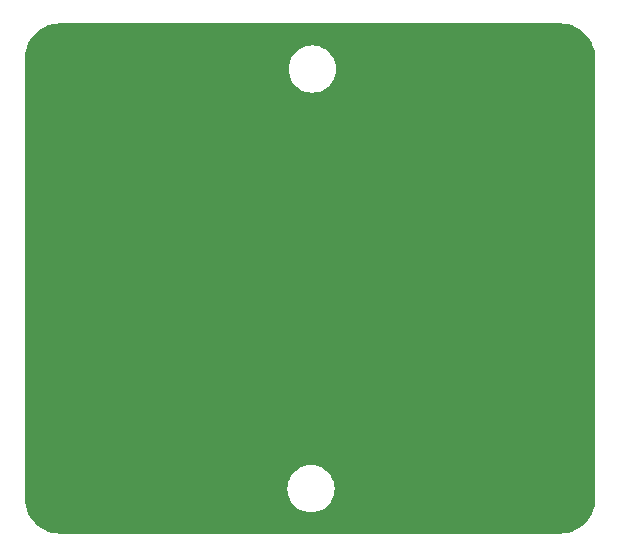
<source format=gbr>
%TF.GenerationSoftware,KiCad,Pcbnew,7.0.2*%
%TF.CreationDate,2024-01-29T20:47:07-05:00*%
%TF.ProjectId,dpx_perv_5x15,6470785f-7065-4727-965f-357831352e6b,rev?*%
%TF.SameCoordinates,Original*%
%TF.FileFunction,Soldermask,Bot*%
%TF.FilePolarity,Negative*%
%FSLAX46Y46*%
G04 Gerber Fmt 4.6, Leading zero omitted, Abs format (unit mm)*
G04 Created by KiCad (PCBNEW 7.0.2) date 2024-01-29 20:47:07*
%MOMM*%
%LPD*%
G01*
G04 APERTURE LIST*
%ADD10R,1.700000X1.700000*%
%ADD11O,1.700000X1.700000*%
G04 APERTURE END LIST*
D10*
%TO.C,J1*%
X46220000Y-33615000D03*
D11*
X43680000Y-33615000D03*
X46220000Y-36155000D03*
X43680000Y-36155000D03*
X46220000Y-38695000D03*
X43680000Y-38695000D03*
X46220000Y-41235000D03*
X43680000Y-41235000D03*
X46220000Y-43775000D03*
X43680000Y-43775000D03*
X46220000Y-46315000D03*
X43680000Y-46315000D03*
X46220000Y-48855000D03*
X43680000Y-48855000D03*
X46220000Y-51395000D03*
X43680000Y-51395000D03*
X46220000Y-53935000D03*
X43680000Y-53935000D03*
X46220000Y-56475000D03*
X43680000Y-56475000D03*
X46220000Y-59015000D03*
X43680000Y-59015000D03*
X46220000Y-61555000D03*
X43680000Y-61555000D03*
X46220000Y-64095000D03*
X43680000Y-64095000D03*
X46220000Y-66635000D03*
X43680000Y-66635000D03*
X46220000Y-69175000D03*
X43680000Y-69175000D03*
%TD*%
D10*
%TO.C,J2*%
X86770000Y-33615000D03*
D11*
X84230000Y-33615000D03*
X86770000Y-36155000D03*
X84230000Y-36155000D03*
X86770000Y-38695000D03*
X84230000Y-38695000D03*
X86770000Y-41235000D03*
X84230000Y-41235000D03*
X86770000Y-43775000D03*
X84230000Y-43775000D03*
X86770000Y-46315000D03*
X84230000Y-46315000D03*
X86770000Y-48855000D03*
X84230000Y-48855000D03*
X86770000Y-51395000D03*
X84230000Y-51395000D03*
X86770000Y-53935000D03*
X84230000Y-53935000D03*
X86770000Y-56475000D03*
X84230000Y-56475000D03*
X86770000Y-59015000D03*
X84230000Y-59015000D03*
X86770000Y-61555000D03*
X84230000Y-61555000D03*
X86770000Y-64095000D03*
X84230000Y-64095000D03*
X86770000Y-66635000D03*
X84230000Y-66635000D03*
X86770000Y-69175000D03*
X84230000Y-69175000D03*
%TD*%
%TO.C,U2*%
X79195000Y-46310000D03*
X76655000Y-46310000D03*
X74115000Y-46310000D03*
X71575000Y-46310000D03*
X69035000Y-46310000D03*
X61435000Y-46310000D03*
X79195000Y-48850000D03*
X76655000Y-48850000D03*
X74115000Y-48850000D03*
X71575000Y-48850000D03*
X69035000Y-48850000D03*
X61435000Y-48850000D03*
X58895000Y-48850000D03*
X58885000Y-46310000D03*
X56355000Y-48850000D03*
X56345000Y-46310000D03*
X53815000Y-48850000D03*
X53805000Y-46310000D03*
X51275000Y-48850000D03*
X51265000Y-46310000D03*
X79195000Y-51390000D03*
X76655000Y-51390000D03*
X74115000Y-51390000D03*
X71575000Y-51390000D03*
X69035000Y-51390000D03*
X61435000Y-51390000D03*
X58895000Y-51390000D03*
X56355000Y-51390000D03*
X53815000Y-51390000D03*
X51275000Y-51390000D03*
X79195000Y-53930000D03*
X76655000Y-53930000D03*
X74115000Y-53930000D03*
X71575000Y-53930000D03*
X69035000Y-53930000D03*
X61435000Y-53930000D03*
X58895000Y-53930000D03*
X56355000Y-53930000D03*
X53815000Y-53930000D03*
X51275000Y-53930000D03*
X79195000Y-56470000D03*
X76655000Y-56470000D03*
X74115000Y-56470000D03*
X71575000Y-56470000D03*
X69035000Y-56470000D03*
X61435000Y-56470000D03*
X58895000Y-56470000D03*
X56355000Y-56470000D03*
X53815000Y-56470000D03*
X51275000Y-56470000D03*
%TD*%
%TO.C,U1*%
X79180000Y-33615000D03*
X76640000Y-33615000D03*
X74100000Y-33615000D03*
X71560000Y-33615000D03*
X69020000Y-33615000D03*
X61420000Y-33615000D03*
X79180000Y-36155000D03*
X76640000Y-36155000D03*
X74100000Y-36155000D03*
X71560000Y-36155000D03*
X69020000Y-36155000D03*
X61420000Y-36155000D03*
X58880000Y-36155000D03*
X58870000Y-33615000D03*
X56340000Y-36155000D03*
X56330000Y-33615000D03*
X53800000Y-36155000D03*
X53790000Y-33615000D03*
X51260000Y-36155000D03*
X51250000Y-33615000D03*
X79180000Y-38695000D03*
X76640000Y-38695000D03*
X74100000Y-38695000D03*
X71560000Y-38695000D03*
X69020000Y-38695000D03*
X61420000Y-38695000D03*
X58880000Y-38695000D03*
X56340000Y-38695000D03*
X53800000Y-38695000D03*
X51260000Y-38695000D03*
X79180000Y-41235000D03*
X76640000Y-41235000D03*
X74100000Y-41235000D03*
X71560000Y-41235000D03*
X69020000Y-41235000D03*
X61420000Y-41235000D03*
X58880000Y-41235000D03*
X56340000Y-41235000D03*
X53800000Y-41235000D03*
X51260000Y-41235000D03*
X79180000Y-43775000D03*
X76640000Y-43775000D03*
X74100000Y-43775000D03*
X71560000Y-43775000D03*
X69020000Y-43775000D03*
X61420000Y-43775000D03*
X58880000Y-43775000D03*
X56340000Y-43775000D03*
X53800000Y-43775000D03*
X51260000Y-43775000D03*
%TD*%
%TO.C,U3*%
X79185000Y-59020000D03*
X76645000Y-59020000D03*
X74105000Y-59020000D03*
X71565000Y-59020000D03*
X69025000Y-59020000D03*
X61425000Y-59020000D03*
X79185000Y-61560000D03*
X76645000Y-61560000D03*
X74105000Y-61560000D03*
X71565000Y-61560000D03*
X69025000Y-61560000D03*
X61425000Y-61560000D03*
X58885000Y-61560000D03*
X58875000Y-59020000D03*
X56345000Y-61560000D03*
X56335000Y-59020000D03*
X53805000Y-61560000D03*
X53795000Y-59020000D03*
X51265000Y-61560000D03*
X51255000Y-59020000D03*
X79185000Y-64100000D03*
X76645000Y-64100000D03*
X74105000Y-64100000D03*
X71565000Y-64100000D03*
X69025000Y-64100000D03*
X61425000Y-64100000D03*
X58885000Y-64100000D03*
X56345000Y-64100000D03*
X53805000Y-64100000D03*
X51265000Y-64100000D03*
X79185000Y-66640000D03*
X76645000Y-66640000D03*
X74105000Y-66640000D03*
X71565000Y-66640000D03*
X69025000Y-66640000D03*
X61425000Y-66640000D03*
X58885000Y-66640000D03*
X56345000Y-66640000D03*
X53805000Y-66640000D03*
X51265000Y-66640000D03*
X79185000Y-69180000D03*
X76645000Y-69180000D03*
X74105000Y-69180000D03*
X71565000Y-69180000D03*
X69025000Y-69180000D03*
X61425000Y-69180000D03*
X58885000Y-69180000D03*
X56345000Y-69180000D03*
X53805000Y-69180000D03*
X51265000Y-69180000D03*
%TD*%
G36*
X86218471Y-29725195D02*
G01*
X86543940Y-29743472D01*
X86557759Y-29745029D01*
X86875695Y-29799049D01*
X86889252Y-29802143D01*
X87199148Y-29891423D01*
X87212272Y-29896016D01*
X87510215Y-30019427D01*
X87522744Y-30025460D01*
X87805006Y-30181461D01*
X87816780Y-30188860D01*
X88079783Y-30375471D01*
X88090655Y-30384140D01*
X88331127Y-30599039D01*
X88340960Y-30608872D01*
X88555859Y-30849344D01*
X88564528Y-30860216D01*
X88751139Y-31123219D01*
X88758538Y-31134993D01*
X88914539Y-31417255D01*
X88920572Y-31429784D01*
X89043983Y-31727727D01*
X89048576Y-31740851D01*
X89137856Y-32050747D01*
X89140950Y-32064304D01*
X89194970Y-32382240D01*
X89196527Y-32396058D01*
X89214805Y-32721527D01*
X89215000Y-32728480D01*
X89215000Y-69921519D01*
X89214805Y-69928472D01*
X89196527Y-70253941D01*
X89194970Y-70267759D01*
X89140950Y-70585695D01*
X89137856Y-70599252D01*
X89048576Y-70909148D01*
X89043983Y-70922272D01*
X88920572Y-71220215D01*
X88914539Y-71232744D01*
X88758538Y-71515006D01*
X88751139Y-71526780D01*
X88564528Y-71789783D01*
X88555859Y-71800655D01*
X88340960Y-72041127D01*
X88331127Y-72050960D01*
X88090655Y-72265859D01*
X88079783Y-72274528D01*
X87816780Y-72461139D01*
X87805006Y-72468538D01*
X87522744Y-72624539D01*
X87510215Y-72630572D01*
X87212272Y-72753983D01*
X87199148Y-72758576D01*
X86889252Y-72847856D01*
X86875695Y-72850950D01*
X86557759Y-72904970D01*
X86543941Y-72906527D01*
X86218472Y-72924805D01*
X86211519Y-72925000D01*
X43903481Y-72925000D01*
X43896528Y-72924805D01*
X43571058Y-72906527D01*
X43557240Y-72904970D01*
X43239304Y-72850950D01*
X43225747Y-72847856D01*
X42915851Y-72758576D01*
X42902727Y-72753983D01*
X42604784Y-72630572D01*
X42592255Y-72624539D01*
X42309993Y-72468538D01*
X42298219Y-72461139D01*
X42035216Y-72274528D01*
X42024344Y-72265859D01*
X41783872Y-72050960D01*
X41774039Y-72041127D01*
X41559140Y-71800655D01*
X41550471Y-71789783D01*
X41363860Y-71526780D01*
X41356461Y-71515006D01*
X41200460Y-71232744D01*
X41194427Y-71220215D01*
X41071016Y-70922272D01*
X41066423Y-70909148D01*
X40977143Y-70599252D01*
X40974049Y-70585695D01*
X40920029Y-70267759D01*
X40918472Y-70253940D01*
X40900195Y-69928471D01*
X40900000Y-69921519D01*
X40900000Y-69120000D01*
X63129999Y-69120000D01*
X63150357Y-69404630D01*
X63211012Y-69683460D01*
X63310738Y-69950833D01*
X63447491Y-70201280D01*
X63618503Y-70429723D01*
X63820276Y-70631496D01*
X64048719Y-70802508D01*
X64299166Y-70939261D01*
X64566539Y-71038987D01*
X64845369Y-71099642D01*
X65130000Y-71120000D01*
X65414630Y-71099642D01*
X65693460Y-71038987D01*
X65960833Y-70939261D01*
X66211280Y-70802508D01*
X66439723Y-70631496D01*
X66641496Y-70429723D01*
X66812508Y-70201280D01*
X66949261Y-69950833D01*
X67048987Y-69683460D01*
X67109642Y-69404630D01*
X67130000Y-69120000D01*
X67109642Y-68835369D01*
X67048987Y-68556539D01*
X66949261Y-68289166D01*
X66812508Y-68038719D01*
X66641496Y-67810276D01*
X66439723Y-67608503D01*
X66211280Y-67437491D01*
X65960833Y-67300738D01*
X65693460Y-67201012D01*
X65414630Y-67140357D01*
X65130000Y-67119999D01*
X64845369Y-67140357D01*
X64566539Y-67201012D01*
X64299166Y-67300738D01*
X64048719Y-67437491D01*
X63820276Y-67608503D01*
X63618503Y-67810276D01*
X63447491Y-68038719D01*
X63310738Y-68289166D01*
X63211012Y-68556539D01*
X63150357Y-68835369D01*
X63129999Y-69120000D01*
X40900000Y-69120000D01*
X40900000Y-44851666D01*
X40937138Y-33589999D01*
X63239999Y-33589999D01*
X63260357Y-33874630D01*
X63321012Y-34153460D01*
X63420738Y-34420833D01*
X63557491Y-34671280D01*
X63728503Y-34899723D01*
X63930276Y-35101496D01*
X64158719Y-35272508D01*
X64409166Y-35409261D01*
X64676539Y-35508987D01*
X64955369Y-35569642D01*
X65239999Y-35590000D01*
X65524630Y-35569642D01*
X65803460Y-35508987D01*
X66070833Y-35409261D01*
X66321280Y-35272508D01*
X66549723Y-35101496D01*
X66751496Y-34899723D01*
X66922508Y-34671280D01*
X67059261Y-34420833D01*
X67158987Y-34153460D01*
X67219642Y-33874630D01*
X67240000Y-33589999D01*
X67219642Y-33305369D01*
X67158987Y-33026539D01*
X67059261Y-32759166D01*
X66922508Y-32508719D01*
X66751496Y-32280276D01*
X66549723Y-32078503D01*
X66321280Y-31907491D01*
X66070833Y-31770738D01*
X65803460Y-31671012D01*
X65524630Y-31610357D01*
X65240000Y-31589999D01*
X64955369Y-31610357D01*
X64676539Y-31671012D01*
X64409166Y-31770738D01*
X64158719Y-31907491D01*
X63930276Y-32078503D01*
X63728503Y-32280276D01*
X63557491Y-32508719D01*
X63420738Y-32759166D01*
X63321012Y-33026539D01*
X63260357Y-33305369D01*
X63239999Y-33589999D01*
X40937138Y-33589999D01*
X40941505Y-32265900D01*
X40943256Y-32245538D01*
X40974049Y-32064304D01*
X40977143Y-32050747D01*
X41066423Y-31740851D01*
X41071016Y-31727727D01*
X41194427Y-31429784D01*
X41200460Y-31417255D01*
X41356461Y-31134993D01*
X41363860Y-31123219D01*
X41550471Y-30860216D01*
X41559140Y-30849344D01*
X41774039Y-30608872D01*
X41783872Y-30599039D01*
X42024344Y-30384140D01*
X42035216Y-30375471D01*
X42298219Y-30188860D01*
X42309993Y-30181461D01*
X42592255Y-30025460D01*
X42604784Y-30019427D01*
X42902727Y-29896016D01*
X42915851Y-29891423D01*
X43225747Y-29802143D01*
X43239304Y-29799049D01*
X43557240Y-29745029D01*
X43571059Y-29743472D01*
X43896529Y-29725195D01*
X43903481Y-29725000D01*
X86211519Y-29725000D01*
X86218471Y-29725195D01*
G37*
M02*

</source>
